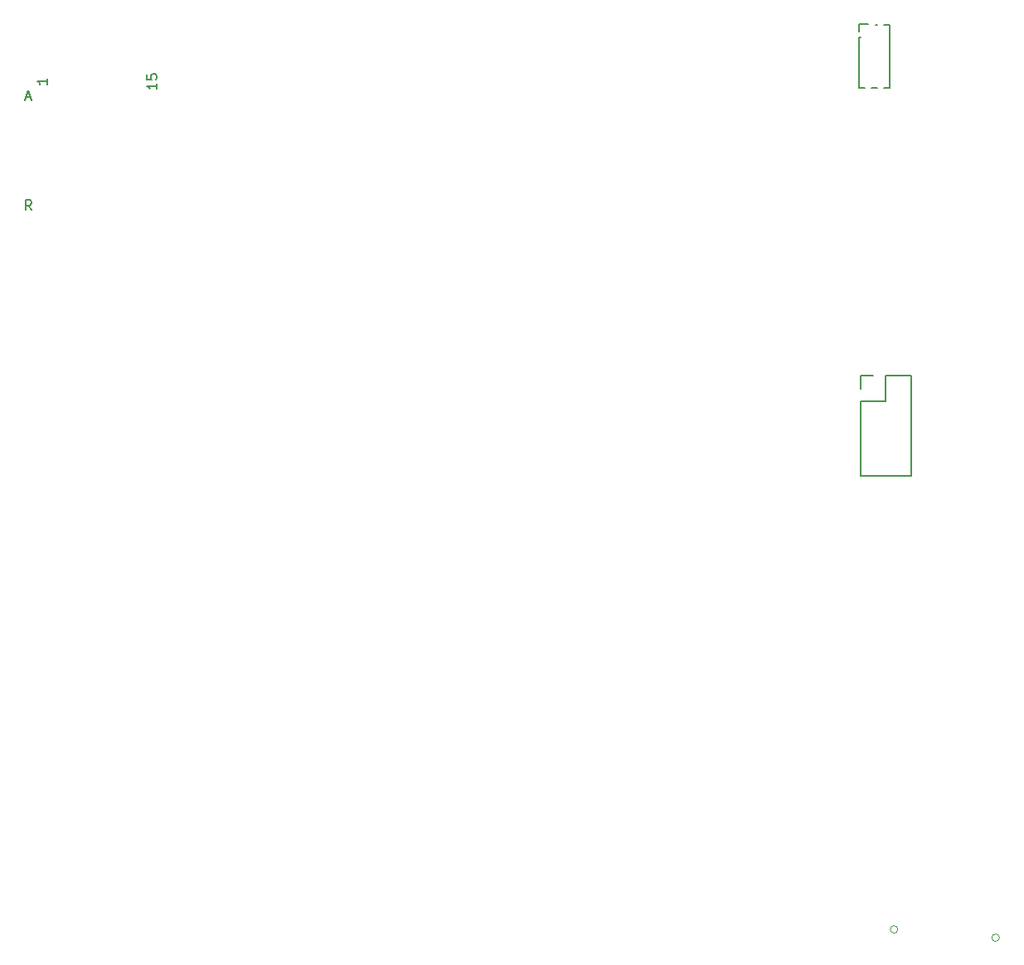
<source format=gbr>
%TF.GenerationSoftware,KiCad,Pcbnew,(7.0.0)*%
%TF.CreationDate,2023-03-18T13:26:35-04:00*%
%TF.ProjectId,FPGAs-Ard_RPi_BB,46504741-732d-4417-9264-5f5250695f42,rev?*%
%TF.SameCoordinates,Original*%
%TF.FileFunction,Legend,Bot*%
%TF.FilePolarity,Positive*%
%FSLAX46Y46*%
G04 Gerber Fmt 4.6, Leading zero omitted, Abs format (unit mm)*
G04 Created by KiCad (PCBNEW (7.0.0)) date 2023-03-18 13:26:35*
%MOMM*%
%LPD*%
G01*
G04 APERTURE LIST*
%ADD10C,0.150000*%
%ADD11C,0.120000*%
G04 APERTURE END LIST*
D10*
%TO.C,U1*%
X295192381Y-53826885D02*
X295192381Y-54398313D01*
X295192381Y-54112599D02*
X294192381Y-54112599D01*
X294192381Y-54112599D02*
X294335239Y-54207837D01*
X294335239Y-54207837D02*
X294430477Y-54303075D01*
X294430477Y-54303075D02*
X294478096Y-54398313D01*
X293597123Y-67217379D02*
X293263790Y-66741189D01*
X293025695Y-67217379D02*
X293025695Y-66217379D01*
X293025695Y-66217379D02*
X293406647Y-66217379D01*
X293406647Y-66217379D02*
X293501885Y-66264999D01*
X293501885Y-66264999D02*
X293549504Y-66312618D01*
X293549504Y-66312618D02*
X293597123Y-66407856D01*
X293597123Y-66407856D02*
X293597123Y-66550713D01*
X293597123Y-66550713D02*
X293549504Y-66645951D01*
X293549504Y-66645951D02*
X293501885Y-66693570D01*
X293501885Y-66693570D02*
X293406647Y-66741189D01*
X293406647Y-66741189D02*
X293025695Y-66741189D01*
X293049505Y-55731667D02*
X293525695Y-55731667D01*
X292954267Y-56017381D02*
X293287600Y-55017381D01*
X293287600Y-55017381D02*
X293620933Y-56017381D01*
X306392379Y-54303076D02*
X306392379Y-54874504D01*
X306392379Y-54588790D02*
X305392379Y-54588790D01*
X305392379Y-54588790D02*
X305535237Y-54684028D01*
X305535237Y-54684028D02*
X305630475Y-54779266D01*
X305630475Y-54779266D02*
X305678094Y-54874504D01*
X305392379Y-53398314D02*
X305392379Y-53874504D01*
X305392379Y-53874504D02*
X305868570Y-53922123D01*
X305868570Y-53922123D02*
X305820951Y-53874504D01*
X305820951Y-53874504D02*
X305773332Y-53779266D01*
X305773332Y-53779266D02*
X305773332Y-53541171D01*
X305773332Y-53541171D02*
X305820951Y-53445933D01*
X305820951Y-53445933D02*
X305868570Y-53398314D01*
X305868570Y-53398314D02*
X305963808Y-53350695D01*
X305963808Y-53350695D02*
X306201903Y-53350695D01*
X306201903Y-53350695D02*
X306297141Y-53398314D01*
X306297141Y-53398314D02*
X306344760Y-53445933D01*
X306344760Y-53445933D02*
X306392379Y-53541171D01*
X306392379Y-53541171D02*
X306392379Y-53779266D01*
X306392379Y-53779266D02*
X306344760Y-53874504D01*
X306344760Y-53874504D02*
X306297141Y-53922123D01*
D11*
%TO.C,DC_PWR_J1*%
X382064891Y-140705700D02*
G75*
G03*
X382064891Y-140705700I-381000J0D01*
G01*
%TO.C,DC_PWR_J2*%
X392435388Y-141549200D02*
G75*
G03*
X392435388Y-141549200I-381000J0D01*
G01*
D10*
%TO.C,JTAG2*%
X383430000Y-94410000D02*
X378230000Y-94410000D01*
X383430000Y-84130000D02*
X383430000Y-94410000D01*
X383430000Y-84130000D02*
X380830000Y-84130000D01*
X380830000Y-86730000D02*
X378230000Y-86730000D01*
X380830000Y-84130000D02*
X380830000Y-86730000D01*
X379560000Y-84130000D02*
X378230000Y-84130000D01*
X378230000Y-86730000D02*
X378230000Y-94410000D01*
X378230000Y-84130000D02*
X378230000Y-85460000D01*
%TO.C,JTAG3*%
X381250000Y-54765000D02*
X380607530Y-54765000D01*
X381250000Y-48295000D02*
X381250000Y-54765000D01*
X381250000Y-48295000D02*
X380607530Y-48295000D01*
X379992470Y-54765000D02*
X379337530Y-54765000D01*
X379992470Y-48295000D02*
X379790000Y-48295000D01*
X379030000Y-48230000D02*
X378080000Y-48230000D01*
X378722470Y-54765000D02*
X378080000Y-54765000D01*
X378270000Y-49625000D02*
X378080000Y-49625000D01*
X378080000Y-49625000D02*
X378080000Y-54765000D01*
X378080000Y-48230000D02*
X378080000Y-48990000D01*
%TD*%
M02*

</source>
